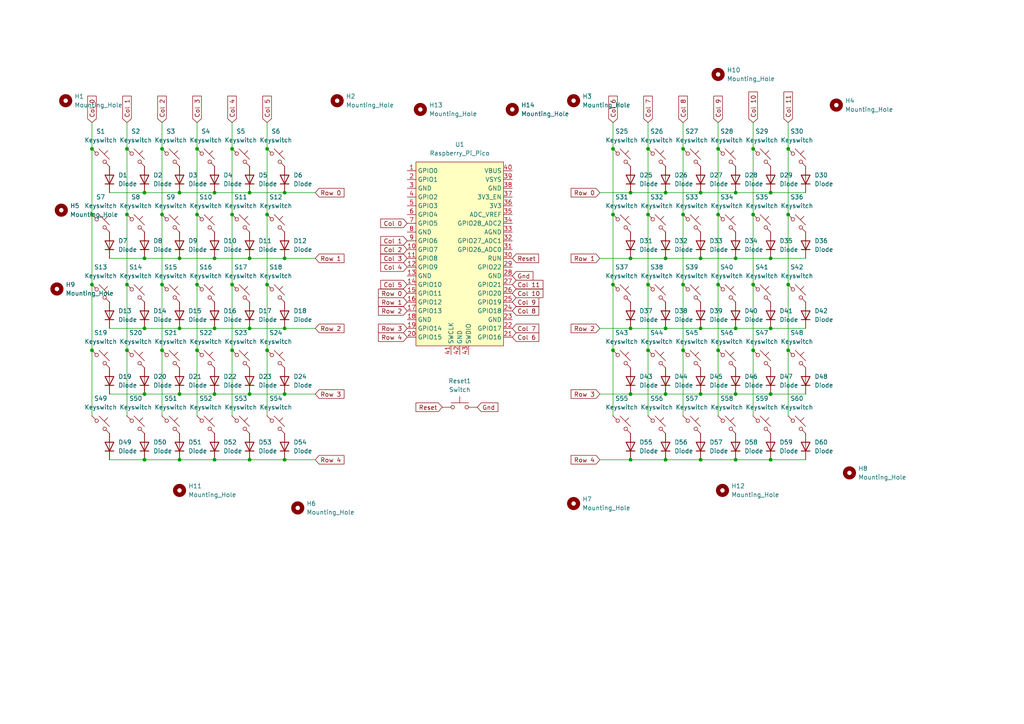
<source format=kicad_sch>
(kicad_sch (version 20250114) (generator "eeschema") (generator_version "9.0")
  (paper "A4")
  (junction (at 26.67 43.18))
  (junction (at 203.2 55.88))
  (junction (at 77.47 82.55))
  (junction (at 198.12 62.23))
  (junction (at 52.07 55.88))
  (junction (at 187.96 82.55))
  (junction (at 177.8 62.23))
  (junction (at 228.6 101.6))
  (junction (at 82.55 133.35))
  (junction (at 193.04 95.25))
  (junction (at 193.04 55.88))
  (junction (at 218.44 62.23))
  (junction (at 52.07 95.25))
  (junction (at 57.15 43.18))
  (junction (at 208.28 43.18))
  (junction (at 208.28 101.6))
  (junction (at 41.91 133.35))
  (junction (at 203.2 133.35))
  (junction (at 213.36 114.3))
  (junction (at 198.12 82.55))
  (junction (at 72.39 95.25))
  (junction (at 213.36 95.25))
  (junction (at 67.31 101.6))
  (junction (at 77.47 43.18))
  (junction (at 213.36 55.88))
  (junction (at 203.2 114.3))
  (junction (at 62.23 114.3))
  (junction (at 182.88 74.93))
  (junction (at 52.07 74.93))
  (junction (at 41.91 74.93))
  (junction (at 187.96 101.6))
  (junction (at 187.96 62.23))
  (junction (at 203.2 74.93))
  (junction (at 182.88 114.3))
  (junction (at 203.2 95.25))
  (junction (at 193.04 74.93))
  (junction (at 208.28 82.55))
  (junction (at 52.07 133.35))
  (junction (at 177.8 82.55))
  (junction (at 72.39 114.3))
  (junction (at 208.28 62.23))
  (junction (at 36.83 62.23))
  (junction (at 52.07 114.3))
  (junction (at 198.12 101.6))
  (junction (at 228.6 62.23))
  (junction (at 193.04 133.35))
  (junction (at 46.99 62.23))
  (junction (at 223.52 95.25))
  (junction (at 213.36 74.93))
  (junction (at 198.12 43.18))
  (junction (at 218.44 101.6))
  (junction (at 82.55 74.93))
  (junction (at 41.91 114.3))
  (junction (at 62.23 133.35))
  (junction (at 82.55 55.88))
  (junction (at 223.52 133.35))
  (junction (at 62.23 74.93))
  (junction (at 57.15 101.6))
  (junction (at 218.44 82.55))
  (junction (at 182.88 55.88))
  (junction (at 82.55 114.3))
  (junction (at 228.6 82.55))
  (junction (at 82.55 95.25))
  (junction (at 36.83 82.55))
  (junction (at 193.04 114.3))
  (junction (at 223.52 55.88))
  (junction (at 26.67 82.55))
  (junction (at 213.36 133.35))
  (junction (at 57.15 62.23))
  (junction (at 57.15 82.55))
  (junction (at 223.52 114.3))
  (junction (at 67.31 82.55))
  (junction (at 182.88 133.35))
  (junction (at 26.67 101.6))
  (junction (at 72.39 55.88))
  (junction (at 46.99 43.18))
  (junction (at 41.91 55.88))
  (junction (at 182.88 95.25))
  (junction (at 36.83 101.6))
  (junction (at 72.39 133.35))
  (junction (at 62.23 55.88))
  (junction (at 177.8 101.6))
  (junction (at 223.52 74.93))
  (junction (at 177.8 43.18))
  (junction (at 67.31 43.18))
  (junction (at 26.67 62.23))
  (junction (at 77.47 101.6))
  (junction (at 62.23 95.25))
  (junction (at 36.83 43.18))
  (junction (at 67.31 62.23))
  (junction (at 187.96 43.18))
  (junction (at 46.99 101.6))
  (junction (at 41.91 95.25))
  (junction (at 46.99 82.55))
  (junction (at 218.44 43.18))
  (junction (at 77.47 62.23))
  (junction (at 228.6 43.18))
  (junction (at 72.39 74.93))
  (wire (pts (xy 213.36 133.35) (xy 223.52 133.35)))
  (wire (pts (xy 228.6 43.18) (xy 228.6 62.23)))
  (wire (pts (xy 177.8 35.56) (xy 177.8 43.18)))
  (wire (pts (xy 26.67 62.23) (xy 26.67 82.55)))
  (wire (pts (xy 218.44 82.55) (xy 218.44 101.6)))
  (wire (pts (xy 77.47 43.18) (xy 77.47 62.23)))
  (wire (pts (xy 67.31 82.55) (xy 67.31 101.6)))
  (wire (pts (xy 46.99 35.56) (xy 46.99 43.18)))
  (wire (pts (xy 203.2 114.3) (xy 213.36 114.3)))
  (wire (pts (xy 36.83 62.23) (xy 36.83 82.55)))
  (wire (pts (xy 57.15 101.6) (xy 57.15 120.65)))
  (wire (pts (xy 72.39 114.3) (xy 82.55 114.3)))
  (wire (pts (xy 203.2 133.35) (xy 213.36 133.35)))
  (wire (pts (xy 41.91 133.35) (xy 52.07 133.35)))
  (wire (pts (xy 182.88 133.35) (xy 193.04 133.35)))
  (wire (pts (xy 223.52 133.35) (xy 233.68 133.35)))
  (wire (pts (xy 31.75 114.3) (xy 41.91 114.3)))
  (wire (pts (xy 173.99 95.25) (xy 182.88 95.25)))
  (wire (pts (xy 31.75 133.35) (xy 41.91 133.35)))
  (wire (pts (xy 91.44 55.88) (xy 82.55 55.88)))
  (wire (pts (xy 26.67 35.56) (xy 26.67 43.18)))
  (wire (pts (xy 177.8 43.18) (xy 177.8 62.23)))
  (wire (pts (xy 177.8 101.6) (xy 177.8 120.65)))
  (wire (pts (xy 182.88 95.25) (xy 193.04 95.25)))
  (wire (pts (xy 46.99 82.55) (xy 46.99 101.6)))
  (wire (pts (xy 57.15 43.18) (xy 57.15 62.23)))
  (wire (pts (xy 62.23 74.93) (xy 72.39 74.93)))
  (wire (pts (xy 46.99 62.23) (xy 46.99 82.55)))
  (wire (pts (xy 26.67 101.6) (xy 26.67 120.65)))
  (wire (pts (xy 36.83 101.6) (xy 36.83 120.65)))
  (wire (pts (xy 228.6 101.6) (xy 228.6 120.65)))
  (wire (pts (xy 52.07 74.93) (xy 62.23 74.93)))
  (wire (pts (xy 198.12 101.6) (xy 198.12 120.65)))
  (wire (pts (xy 228.6 62.23) (xy 228.6 82.55)))
  (wire (pts (xy 72.39 133.35) (xy 82.55 133.35)))
  (wire (pts (xy 208.28 43.18) (xy 208.28 62.23)))
  (wire (pts (xy 193.04 95.25) (xy 203.2 95.25)))
  (wire (pts (xy 62.23 133.35) (xy 72.39 133.35)))
  (wire (pts (xy 208.28 101.6) (xy 208.28 120.65)))
  (wire (pts (xy 187.96 82.55) (xy 187.96 101.6)))
  (wire (pts (xy 52.07 95.25) (xy 62.23 95.25)))
  (wire (pts (xy 177.8 82.55) (xy 177.8 101.6)))
  (wire (pts (xy 198.12 35.56) (xy 198.12 43.18)))
  (wire (pts (xy 77.47 62.23) (xy 77.47 82.55)))
  (wire (pts (xy 198.12 62.23) (xy 198.12 82.55)))
  (wire (pts (xy 62.23 114.3) (xy 72.39 114.3)))
  (wire (pts (xy 228.6 82.55) (xy 228.6 101.6)))
  (wire (pts (xy 62.23 95.25) (xy 72.39 95.25)))
  (wire (pts (xy 52.07 55.88) (xy 62.23 55.88)))
  (wire (pts (xy 213.36 114.3) (xy 223.52 114.3)))
  (wire (pts (xy 46.99 43.18) (xy 46.99 62.23)))
  (wire (pts (xy 177.8 62.23) (xy 177.8 82.55)))
  (wire (pts (xy 41.91 74.93) (xy 52.07 74.93)))
  (wire (pts (xy 208.28 35.56) (xy 208.28 43.18)))
  (wire (pts (xy 26.67 82.55) (xy 26.67 101.6)))
  (wire (pts (xy 198.12 82.55) (xy 198.12 101.6)))
  (wire (pts (xy 203.2 74.93) (xy 213.36 74.93)))
  (wire (pts (xy 52.07 133.35) (xy 62.23 133.35)))
  (wire (pts (xy 223.52 95.25) (xy 233.68 95.25)))
  (wire (pts (xy 187.96 62.23) (xy 187.96 82.55)))
  (wire (pts (xy 223.52 74.93) (xy 233.68 74.93)))
  (wire (pts (xy 218.44 43.18) (xy 218.44 62.23)))
  (wire (pts (xy 173.99 133.35) (xy 182.88 133.35)))
  (wire (pts (xy 193.04 74.93) (xy 203.2 74.93)))
  (wire (pts (xy 57.15 35.56) (xy 57.15 43.18)))
  (wire (pts (xy 41.91 95.25) (xy 52.07 95.25)))
  (wire (pts (xy 52.07 114.3) (xy 62.23 114.3)))
  (wire (pts (xy 203.2 95.25) (xy 213.36 95.25)))
  (wire (pts (xy 36.83 43.18) (xy 36.83 62.23)))
  (wire (pts (xy 91.44 114.3) (xy 82.55 114.3)))
  (wire (pts (xy 91.44 95.25) (xy 82.55 95.25)))
  (wire (pts (xy 77.47 82.55) (xy 77.47 101.6)))
  (wire (pts (xy 31.75 55.88) (xy 41.91 55.88)))
  (wire (pts (xy 182.88 55.88) (xy 193.04 55.88)))
  (wire (pts (xy 67.31 35.56) (xy 67.31 43.18)))
  (wire (pts (xy 67.31 43.18) (xy 67.31 62.23)))
  (wire (pts (xy 67.31 62.23) (xy 67.31 82.55)))
  (wire (pts (xy 46.99 101.6) (xy 46.99 120.65)))
  (wire (pts (xy 41.91 114.3) (xy 52.07 114.3)))
  (wire (pts (xy 26.67 43.18) (xy 26.67 62.23)))
  (wire (pts (xy 36.83 82.55) (xy 36.83 101.6)))
  (wire (pts (xy 31.75 74.93) (xy 41.91 74.93)))
  (wire (pts (xy 31.75 95.25) (xy 41.91 95.25)))
  (wire (pts (xy 213.36 55.88) (xy 223.52 55.88)))
  (wire (pts (xy 228.6 35.56) (xy 228.6 43.18)))
  (wire (pts (xy 62.23 55.88) (xy 72.39 55.88)))
  (wire (pts (xy 173.99 74.93) (xy 182.88 74.93)))
  (wire (pts (xy 173.99 114.3) (xy 182.88 114.3)))
  (wire (pts (xy 57.15 82.55) (xy 57.15 101.6)))
  (wire (pts (xy 72.39 55.88) (xy 82.55 55.88)))
  (wire (pts (xy 193.04 55.88) (xy 203.2 55.88)))
  (wire (pts (xy 82.55 74.93) (xy 91.44 74.93)))
  (wire (pts (xy 218.44 35.56) (xy 218.44 43.18)))
  (wire (pts (xy 182.88 114.3) (xy 193.04 114.3)))
  (wire (pts (xy 187.96 35.56) (xy 187.96 43.18)))
  (wire (pts (xy 72.39 95.25) (xy 82.55 95.25)))
  (wire (pts (xy 187.96 101.6) (xy 187.96 120.65)))
  (wire (pts (xy 77.47 35.56) (xy 77.47 43.18)))
  (wire (pts (xy 213.36 95.25) (xy 223.52 95.25)))
  (wire (pts (xy 198.12 43.18) (xy 198.12 62.23)))
  (wire (pts (xy 67.31 101.6) (xy 67.31 120.65)))
  (wire (pts (xy 91.44 133.35) (xy 82.55 133.35)))
  (wire (pts (xy 218.44 62.23) (xy 218.44 82.55)))
  (wire (pts (xy 208.28 62.23) (xy 208.28 82.55)))
  (wire (pts (xy 213.36 74.93) (xy 223.52 74.93)))
  (wire (pts (xy 203.2 55.88) (xy 213.36 55.88)))
  (wire (pts (xy 223.52 55.88) (xy 233.68 55.88)))
  (wire (pts (xy 223.52 114.3) (xy 233.68 114.3)))
  (wire (pts (xy 193.04 114.3) (xy 203.2 114.3)))
  (wire (pts (xy 57.15 62.23) (xy 57.15 82.55)))
  (wire (pts (xy 36.83 35.56) (xy 36.83 43.18)))
  (wire (pts (xy 72.39 74.93) (xy 82.55 74.93)))
  (wire (pts (xy 187.96 43.18) (xy 187.96 62.23)))
  (wire (pts (xy 218.44 101.6) (xy 218.44 120.65)))
  (wire (pts (xy 182.88 74.93) (xy 193.04 74.93)))
  (wire (pts (xy 173.99 55.88) (xy 182.88 55.88)))
  (wire (pts (xy 41.91 55.88) (xy 52.07 55.88)))
  (wire (pts (xy 208.28 82.55) (xy 208.28 101.6)))
  (wire (pts (xy 77.47 101.6) (xy 77.47 120.65)))
  (wire (pts (xy 193.04 133.35) (xy 203.2 133.35)))
  (global_label "Col 2" (shape input) (at 46.99 35.56 90) (property "Intersheetrefs" "${INTERSHEET_REFS}" (effects (hide yes))))
  (global_label "Row 1" (shape input) (at 91.44 74.93 0) (property "Intersheetrefs" "${INTERSHEET_REFS}" (effects (hide yes))))
  (global_label "Reset" (shape input) (at 128.27 118.11 180) (property "Intersheetrefs" "${INTERSHEET_REFS}" (effects (hide yes))))
  (global_label "Col 1" (shape input) (at 118.11 69.85 180) (property "Intersheetrefs" "${INTERSHEET_REFS}" (effects (hide yes))))
  (global_label "Col 4" (shape input) (at 118.11 77.47 180) (property "Intersheetrefs" "${INTERSHEET_REFS}" (effects (hide yes))))
  (global_label "Row 0" (shape input) (at 173.99 55.88 180) (property "Intersheetrefs" "${INTERSHEET_REFS}" (effects (hide yes))))
  (global_label "Row 1" (shape input) (at 173.99 74.93 180) (property "Intersheetrefs" "${INTERSHEET_REFS}" (effects (hide yes))))
  (global_label "Col 4" (shape input) (at 67.31 35.56 90) (property "Intersheetrefs" "${INTERSHEET_REFS}" (effects (hide yes))))
  (global_label "Col 6" (shape input) (at 148.59 97.79 0) (property "Intersheetrefs" "${INTERSHEET_REFS}" (effects (hide yes))))
  (global_label "Row 4" (shape input) (at 118.11 97.79 180) (property "Intersheetrefs" "${INTERSHEET_REFS}" (effects (hide yes))))
  (global_label "Col 1" (shape input) (at 36.83 35.56 90) (property "Intersheetrefs" "${INTERSHEET_REFS}" (effects (hide yes))))
  (global_label "Col 11" (shape input) (at 148.59 82.55 0) (property "Intersheetrefs" "${INTERSHEET_REFS}" (effects (hide yes))))
  (global_label "Col 8" (shape input) (at 148.59 90.17 0) (property "Intersheetrefs" "${INTERSHEET_REFS}" (effects (hide yes))))
  (global_label "Col 11" (shape input) (at 228.6 35.56 90) (property "Intersheetrefs" "${INTERSHEET_REFS}" (effects (hide yes))))
  (global_label "Row 3" (shape input) (at 118.11 95.25 180) (property "Intersheetrefs" "${INTERSHEET_REFS}" (effects (hide yes))))
  (global_label "Row 4" (shape input) (at 91.44 133.35 0) (property "Intersheetrefs" "${INTERSHEET_REFS}" (effects (hide yes))))
  (global_label "Gnd" (shape input) (at 138.43 118.11 0) (property "Intersheetrefs" "${INTERSHEET_REFS}" (effects (hide yes))))
  (global_label "Col 2" (shape input) (at 118.11 72.39 180) (property "Intersheetrefs" "${INTERSHEET_REFS}" (effects (hide yes))))
  (global_label "Row 0" (shape input) (at 91.44 55.88 0) (property "Intersheetrefs" "${INTERSHEET_REFS}" (effects (hide yes))))
  (global_label "Row 2" (shape input) (at 118.11 90.17 180) (property "Intersheetrefs" "${INTERSHEET_REFS}" (effects (hide yes))))
  (global_label "Col 10" (shape input) (at 218.44 35.56 90) (property "Intersheetrefs" "${INTERSHEET_REFS}" (effects (hide yes))))
  (global_label "Col 7" (shape input) (at 148.59 95.25 0) (property "Intersheetrefs" "${INTERSHEET_REFS}" (effects (hide yes))))
  (global_label "Col 5" (shape input) (at 77.47 35.56 90) (property "Intersheetrefs" "${INTERSHEET_REFS}" (effects (hide yes))))
  (global_label "Row 1" (shape input) (at 118.11 87.63 180) (property "Intersheetrefs" "${INTERSHEET_REFS}" (effects (hide yes))))
  (global_label "Col 7" (shape input) (at 187.96 35.56 90) (property "Intersheetrefs" "${INTERSHEET_REFS}" (effects (hide yes))))
  (global_label "Row 2" (shape input) (at 173.99 95.25 180) (property "Intersheetrefs" "${INTERSHEET_REFS}" (effects (hide yes))))
  (global_label "Reset" (shape input) (at 148.59 74.93 0) (property "Intersheetrefs" "${INTERSHEET_REFS}" (effects (hide yes))))
  (global_label "Gnd" (shape input) (at 148.59 80.01 0) (property "Intersheetrefs" "${INTERSHEET_REFS}" (effects (hide yes))))
  (global_label "Row 3" (shape input) (at 173.99 114.3 180) (property "Intersheetrefs" "${INTERSHEET_REFS}" (effects (hide yes))))
  (global_label "Col 8" (shape input) (at 198.12 35.56 90) (property "Intersheetrefs" "${INTERSHEET_REFS}" (effects (hide yes))))
  (global_label "Col 0" (shape input) (at 26.67 35.56 90) (property "Intersheetrefs" "${INTERSHEET_REFS}" (effects (hide yes))))
  (global_label "Row 3" (shape input) (at 91.44 114.3 0) (property "Intersheetrefs" "${INTERSHEET_REFS}" (effects (hide yes))))
  (global_label "Col 9" (shape input) (at 208.28 35.56 90) (property "Intersheetrefs" "${INTERSHEET_REFS}" (effects (hide yes))))
  (global_label "Col 10" (shape input) (at 148.59 85.09 0) (property "Intersheetrefs" "${INTERSHEET_REFS}" (effects (hide yes))))
  (global_label "Row 0" (shape input) (at 118.11 85.09 180) (property "Intersheetrefs" "${INTERSHEET_REFS}" (effects (hide yes))))
  (global_label "Col 6" (shape input) (at 177.8 35.56 90) (property "Intersheetrefs" "${INTERSHEET_REFS}" (effects (hide yes))))
  (global_label "Col 9" (shape input) (at 148.59 87.63 0) (property "Intersheetrefs" "${INTERSHEET_REFS}" (effects (hide yes))))
  (global_label "Col 5" (shape input) (at 118.11 82.55 180) (property "Intersheetrefs" "${INTERSHEET_REFS}" (effects (hide yes))))
  (global_label "Row 4" (shape input) (at 173.99 133.35 180) (property "Intersheetrefs" "${INTERSHEET_REFS}" (effects (hide yes))))
  (global_label "Col 3" (shape input) (at 57.15 35.56 90) (property "Intersheetrefs" "${INTERSHEET_REFS}" (effects (hide yes))))
  (global_label "Col 0" (shape input) (at 118.11 64.77 180) (property "Intersheetrefs" "${INTERSHEET_REFS}" (effects (hide yes))))
  (global_label "Row 2" (shape input) (at 91.44 95.25 0) (property "Intersheetrefs" "${INTERSHEET_REFS}" (effects (hide yes))))
  (global_label "Col 3" (shape input) (at 118.11 74.93 180) (property "Intersheetrefs" "${INTERSHEET_REFS}" (effects (hide yes))))
  (symbol (lib_id "ScottoKeebs:Placeholder_Diode") (at 233.68 71.12 90) (unit 1)
    (property "Reference" "D36" (at 236.22 69.8499 90) (effects (justify right)))
    (property "Value" "Diode" (at 236.22 72.3899 90) (effects (justify right)))
    (property "Footprint" "ScottoKeebs_Components:Diode_DO-35" (effects (hide yes)))
    (property "Description" "1N4148 (DO-35) or 1N4148W (SOD-123)" (effects (hide yes)))
    (property "Sim.Device" "D" (effects (hide yes)))
    (property "Sim.Pins" "1=K 2=A" (effects (hide yes)))
  )
  (symbol (lib_id "ScottoKeebs:Placeholder_Diode") (at 193.04 110.49 90) (unit 1)
    (property "Reference" "D44" (at 195.58 109.2199 90) (effects (justify right)))
    (property "Value" "Diode" (at 195.58 111.7599 90) (effects (justify right)))
    (property "Footprint" "ScottoKeebs_Components:Diode_DO-35" (effects (hide yes)))
    (property "Description" "1N4148 (DO-35) or 1N4148W (SOD-123)" (effects (hide yes)))
    (property "Sim.Device" "D" (effects (hide yes)))
    (property "Sim.Pins" "1=K 2=A" (effects (hide yes)))
  )
  (symbol (lib_id "ScottoKeebs:Placeholder_Diode") (at 62.23 129.54 90) (unit 1)
    (property "Reference" "D52" (at 64.77 128.2699 90) (effects (justify right)))
    (property "Value" "Diode" (at 64.77 130.8099 90) (effects (justify right)))
    (property "Footprint" "ScottoKeebs_Components:Diode_DO-35" (effects (hide yes)))
    (property "Description" "1N4148 (DO-35) or 1N4148W (SOD-123)" (effects (hide yes)))
    (property "Sim.Device" "D" (effects (hide yes)))
    (property "Sim.Pins" "1=K 2=A" (effects (hide yes)))
  )
  (symbol (lib_id "ScottoKeebs:Placeholder_Diode") (at 31.75 71.12 90) (unit 1)
    (property "Reference" "D7" (at 34.29 69.8499 90) (effects (justify right)))
    (property "Value" "Diode" (at 34.29 72.3899 90) (effects (justify right)))
    (property "Footprint" "ScottoKeebs_Components:Diode_DO-35" (effects (hide yes)))
    (property "Description" "1N4148 (DO-35) or 1N4148W (SOD-123)" (effects (hide yes)))
    (property "Sim.Device" "D" (effects (hide yes)))
    (property "Sim.Pins" "1=K 2=A" (effects (hide yes)))
  )
  (symbol (lib_id "ScottoKeebs:Placeholder_Keyswitch") (at 80.01 45.72 0) (unit 1)
    (property "Reference" "S6" (at 80.01 38.1 0))
    (property "Value" "Keyswitch" (at 80.01 40.64 0))
    (property "Footprint" "ScottoKeebs_Hotswap:Hotswap_Choc_V1V2_1.00u" (effects (hide yes)))
    (property "Description" "Push button switch, normally open, two pins, 45° tilted" (effects (hide yes)))
  )
  (symbol (lib_id "ScottoKeebs:Placeholder_Diode") (at 52.07 52.07 90) (unit 1)
    (property "Reference" "D3" (at 54.61 50.7999 90) (effects (justify right)))
    (property "Value" "Diode" (at 54.61 53.3399 90) (effects (justify right)))
    (property "Footprint" "ScottoKeebs_Components:Diode_DO-35" (effects (hide yes)))
    (property "Description" "1N4148 (DO-35) or 1N4148W (SOD-123)" (effects (hide yes)))
    (property "Sim.Device" "D" (effects (hide yes)))
    (property "Sim.Pins" "1=K 2=A" (effects (hide yes)))
  )
  (symbol (lib_id "ScottoKeebs:Placeholder_Keyswitch") (at 69.85 104.14 0) (unit 1)
    (property "Reference" "S23" (at 69.85 96.52 0))
    (property "Value" "Keyswitch" (at 69.85 99.06 0))
    (property "Footprint" "ScottoKeebs_Hotswap:Hotswap_Choc_V1V2_1.00u" (effects (hide yes)))
    (property "Description" "Push button switch, normally open, two pins, 45° tilted" (effects (hide yes)))
  )
  (symbol (lib_id "ScottoKeebs:Placeholder_Keyswitch") (at 39.37 85.09 0) (unit 1)
    (property "Reference" "S14" (at 39.37 77.47 0))
    (property "Value" "Keyswitch" (at 39.37 80.01 0))
    (property "Footprint" "ScottoKeebs_Hotswap:Hotswap_Choc_V1V2_1.00u" (effects (hide yes)))
    (property "Description" "Push button switch, normally open, two pins, 45° tilted" (effects (hide yes)))
  )
  (symbol (lib_id "ScottoKeebs:Placeholder_Diode") (at 203.2 91.44 90) (unit 1)
    (property "Reference" "D39" (at 205.74 90.1699 90) (effects (justify right)))
    (property "Value" "Diode" (at 205.74 92.7099 90) (effects (justify right)))
    (property "Footprint" "ScottoKeebs_Components:Diode_DO-35" (effects (hide yes)))
    (property "Description" "1N4148 (DO-35) or 1N4148W (SOD-123)" (effects (hide yes)))
    (property "Sim.Device" "D" (effects (hide yes)))
    (property "Sim.Pins" "1=K 2=A" (effects (hide yes)))
  )
  (symbol (lib_id "ScottoKeebs:Placeholder_Keyswitch") (at 80.01 123.19 0) (unit 1)
    (property "Reference" "S54" (at 80.01 115.57 0))
    (property "Value" "Keyswitch" (at 80.01 118.11 0))
    (property "Footprint" "ScottoKeebs_Hotswap:Hotswap_Choc_V1V2_1.00u" (effects (hide yes)))
    (property "Description" "Push button switch, normally open, two pins, 45° tilted" (effects (hide yes)))
  )
  (symbol (lib_id "ScottoKeebs:Placeholder_Keyswitch") (at 200.66 104.14 0) (unit 1)
    (property "Reference" "S45" (at 200.66 96.52 0))
    (property "Value" "Keyswitch" (at 200.66 99.06 0))
    (property "Footprint" "ScottoKeebs_Hotswap:Hotswap_Choc_V1V2_1.00u" (effects (hide yes)))
    (property "Description" "Push button switch, normally open, two pins, 45° tilted" (effects (hide yes)))
  )
  (symbol (lib_id "ScottoKeebs:Placeholder_Keyswitch") (at 200.66 64.77 0) (unit 1)
    (property "Reference" "S33" (at 200.66 57.15 0))
    (property "Value" "Keyswitch" (at 200.66 59.69 0))
    (property "Footprint" "ScottoKeebs_Hotswap:Hotswap_Choc_V1V2_1.00u" (effects (hide yes)))
    (property "Description" "Push button switch, normally open, two pins, 45° tilted" (effects (hide yes)))
  )
  (symbol (lib_id "ScottoKeebs:Placeholder_Diode") (at 31.75 52.07 90) (unit 1)
    (property "Reference" "D1" (at 34.29 50.7999 90) (effects (justify right)))
    (property "Value" "Diode" (at 34.29 53.3399 90) (effects (justify right)))
    (property "Footprint" "ScottoKeebs_Components:Diode_DO-35" (effects (hide yes)))
    (property "Description" "1N4148 (DO-35) or 1N4148W (SOD-123)" (effects (hide yes)))
    (property "Sim.Device" "D" (effects (hide yes)))
    (property "Sim.Pins" "1=K 2=A" (effects (hide yes)))
  )
  (symbol (lib_id "ScottoKeebs:Placeholder_Diode") (at 213.36 129.54 90) (unit 1)
    (property "Reference" "D58" (at 215.9 128.2699 90) (effects (justify right)))
    (property "Value" "Diode" (at 215.9 130.8099 90) (effects (justify right)))
    (property "Footprint" "ScottoKeebs_Components:Diode_DO-35" (effects (hide yes)))
    (property "Description" "1N4148 (DO-35) or 1N4148W (SOD-123)" (effects (hide yes)))
    (property "Sim.Device" "D" (effects (hide yes)))
    (property "Sim.Pins" "1=K 2=A" (effects (hide yes)))
  )
  (symbol (lib_id "ScottoKeebs:Placeholder_Mounting_Hole") (at 209.55 142.24 0) (unit 1)
    (property "Reference" "H12" (at 212.09 140.9699 0) (effects (justify left)))
    (property "Value" "Mounting_Hole" (at 212.09 143.5099 0) (effects (justify left)))
    (property "Footprint" "ScottoKeebs_Scotto:Standoff_M2x4mm" (effects (hide yes)))
    (property "Description" "Mounting Hole without connection" (effects (hide yes)))
  )
  (symbol (lib_id "ScottoKeebs:Placeholder_Keyswitch") (at 180.34 104.14 0) (unit 1)
    (property "Reference" "S43" (at 180.34 96.52 0))
    (property "Value" "Keyswitch" (at 180.34 99.06 0))
    (property "Footprint" "ScottoKeebs_Hotswap:Hotswap_Choc_V1V2_1.00u" (effects (hide yes)))
    (property "Description" "Push button switch, normally open, two pins, 45° tilted" (effects (hide yes)))
  )
  (symbol (lib_id "ScottoKeebs:Placeholder_Keyswitch") (at 200.66 123.19 0) (unit 1)
    (property "Reference" "S57" (at 200.66 115.57 0))
    (property "Value" "Keyswitch" (at 200.66 118.11 0))
    (property "Footprint" "ScottoKeebs_Hotswap:Hotswap_Choc_V1V2_1.00u" (effects (hide yes)))
    (property "Description" "Push button switch, normally open, two pins, 45° tilted" (effects (hide yes)))
  )
  (symbol (lib_id "ScottoKeebs:Placeholder_Keyswitch") (at 29.21 45.72 0) (unit 1)
    (property "Reference" "S1" (at 29.21 38.1 0))
    (property "Value" "Keyswitch" (at 29.21 40.64 0))
    (property "Footprint" "ScottoKeebs_Hotswap:Hotswap_Choc_V1V2_1.00u" (effects (hide yes)))
    (property "Description" "Push button switch, normally open, two pins, 45° tilted" (effects (hide yes)))
  )
  (symbol (lib_id "ScottoKeebs:Placeholder_Keyswitch") (at 69.85 45.72 0) (unit 1)
    (property "Reference" "S5" (at 69.85 38.1 0))
    (property "Value" "Keyswitch" (at 69.85 40.64 0))
    (property "Footprint" "ScottoKeebs_Hotswap:Hotswap_Choc_V1V2_1.00u" (effects (hide yes)))
    (property "Description" "Push button switch, normally open, two pins, 45° tilted" (effects (hide yes)))
  )
  (symbol (lib_id "ScottoKeebs:Placeholder_Diode") (at 72.39 129.54 90) (unit 1)
    (property "Reference" "D53" (at 74.93 128.2699 90) (effects (justify right)))
    (property "Value" "Diode" (at 74.93 130.8099 90) (effects (justify right)))
    (property "Footprint" "ScottoKeebs_Components:Diode_DO-35" (effects (hide yes)))
    (property "Description" "1N4148 (DO-35) or 1N4148W (SOD-123)" (effects (hide yes)))
    (property "Sim.Device" "D" (effects (hide yes)))
    (property "Sim.Pins" "1=K 2=A" (effects (hide yes)))
  )
  (symbol (lib_id "ScottoKeebs:Placeholder_Diode") (at 233.68 129.54 90) (unit 1)
    (property "Reference" "D60" (at 236.22 128.2699 90) (effects (justify right)))
    (property "Value" "Diode" (at 236.22 130.8099 90) (effects (justify right)))
    (property "Footprint" "ScottoKeebs_Components:Diode_DO-35" (effects (hide yes)))
    (property "Description" "1N4148 (DO-35) or 1N4148W (SOD-123)" (effects (hide yes)))
    (property "Sim.Device" "D" (effects (hide yes)))
    (property "Sim.Pins" "1=K 2=A" (effects (hide yes)))
  )
  (symbol (lib_id "ScottoKeebs:Placeholder_Diode") (at 52.07 71.12 90) (unit 1)
    (property "Reference" "D9" (at 54.61 69.8499 90) (effects (justify right)))
    (property "Value" "Diode" (at 54.61 72.3899 90) (effects (justify right)))
    (property "Footprint" "ScottoKeebs_Components:Diode_DO-35" (effects (hide yes)))
    (property "Description" "1N4148 (DO-35) or 1N4148W (SOD-123)" (effects (hide yes)))
    (property "Sim.Device" "D" (effects (hide yes)))
    (property "Sim.Pins" "1=K 2=A" (effects (hide yes)))
  )
  (symbol (lib_id "ScottoKeebs:Placeholder_Mounting_Hole") (at 166.37 146.05 0) (unit 1)
    (property "Reference" "H7" (at 168.91 144.7799 0) (effects (justify left)))
    (property "Value" "Mounting_Hole" (at 168.91 147.3199 0) (effects (justify left)))
    (property "Footprint" "ScottoKeebs_Scotto:Standoff_M2x4mm" (effects (hide yes)))
    (property "Description" "Mounting Hole without connection" (effects (hide yes)))
  )
  (symbol (lib_id "ScottoKeebs:Placeholder_Keyswitch") (at 220.98 104.14 0) (unit 1)
    (property "Reference" "S47" (at 220.98 96.52 0))
    (property "Value" "Keyswitch" (at 220.98 99.06 0))
    (property "Footprint" "ScottoKeebs_Hotswap:Hotswap_Choc_V1V2_1.00u" (effects (hide yes)))
    (property "Description" "Push button switch, normally open, two pins, 45° tilted" (effects (hide yes)))
  )
  (symbol (lib_id "ScottoKeebs:Placeholder_Mounting_Hole") (at 17.78 60.96 0) (unit 1)
    (property "Reference" "H5" (at 20.32 59.6899 0) (effects (justify left)))
    (property "Value" "Mounting_Hole" (at 20.32 62.2299 0) (effects (justify left)))
    (property "Footprint" "ScottoKeebs_Scotto:Standoff_M2x4mm" (effects (hide yes)))
    (property "Description" "Mounting Hole without connection" (effects (hide yes)))
  )
  (symbol (lib_id "ScottoKeebs:Placeholder_Diode") (at 52.07 129.54 90) (unit 1)
    (property "Reference" "D51" (at 54.61 128.2699 90) (effects (justify right)))
    (property "Value" "Diode" (at 54.61 130.8099 90) (effects (justify right)))
    (property "Footprint" "ScottoKeebs_Components:Diode_DO-35" (effects (hide yes)))
    (property "Description" "1N4148 (DO-35) or 1N4148W (SOD-123)" (effects (hide yes)))
    (property "Sim.Device" "D" (effects (hide yes)))
    (property "Sim.Pins" "1=K 2=A" (effects (hide yes)))
  )
  (symbol (lib_id "ScottoKeebs:Placeholder_Keyswitch") (at 231.14 123.19 0) (unit 1)
    (property "Reference" "S60" (at 231.14 115.57 0))
    (property "Value" "Keyswitch" (at 231.14 118.11 0))
    (property "Footprint" "ScottoKeebs_Hotswap:Hotswap_Choc_V1V2_1.00u" (effects (hide yes)))
    (property "Description" "Push button switch, normally open, two pins, 45° tilted" (effects (hide yes)))
  )
  (symbol (lib_id "ScottoKeebs:Placeholder_Keyswitch") (at 49.53 64.77 0) (unit 1)
    (property "Reference" "S9" (at 49.53 57.15 0))
    (property "Value" "Keyswitch" (at 49.53 59.69 0))
    (property "Footprint" "ScottoKeebs_Hotswap:Hotswap_Choc_V1V2_1.00u" (effects (hide yes)))
    (property "Description" "Push button switch, normally open, two pins, 45° tilted" (effects (hide yes)))
  )
  (symbol (lib_id "ScottoKeebs:Placeholder_Keyswitch") (at 80.01 64.77 0) (unit 1)
    (property "Reference" "S12" (at 80.01 57.15 0))
    (property "Value" "Keyswitch" (at 80.01 59.69 0))
    (property "Footprint" "ScottoKeebs_Hotswap:Hotswap_Choc_V1V2_1.00u" (effects (hide yes)))
    (property "Description" "Push button switch, normally open, two pins, 45° tilted" (effects (hide yes)))
  )
  (symbol (lib_id "ScottoKeebs:Placeholder_Keyswitch") (at 190.5 104.14 0) (unit 1)
    (property "Reference" "S44" (at 190.5 96.52 0))
    (property "Value" "Keyswitch" (at 190.5 99.06 0))
    (property "Footprint" "ScottoKeebs_Hotswap:Hotswap_Choc_V1V2_1.00u" (effects (hide yes)))
    (property "Description" "Push button switch, normally open, two pins, 45° tilted" (effects (hide yes)))
  )
  (symbol (lib_id "ScottoKeebs:Placeholder_Keyswitch") (at 49.53 104.14 0) (unit 1)
    (property "Reference" "S21" (at 49.53 96.52 0))
    (property "Value" "Keyswitch" (at 49.53 99.06 0))
    (property "Footprint" "ScottoKeebs_Hotswap:Hotswap_Choc_V1V2_1.00u" (effects (hide yes)))
    (property "Description" "Push button switch, normally open, two pins, 45° tilted" (effects (hide yes)))
  )
  (symbol (lib_id "ScottoKeebs:Placeholder_Diode") (at 203.2 129.54 90) (unit 1)
    (property "Reference" "D57" (at 205.74 128.2699 90) (effects (justify right)))
    (property "Value" "Diode" (at 205.74 130.8099 90) (effects (justify right)))
    (property "Footprint" "ScottoKeebs_Components:Diode_DO-35" (effects (hide yes)))
    (property "Description" "1N4148 (DO-35) or 1N4148W (SOD-123)" (effects (hide yes)))
    (property "Sim.Device" "D" (effects (hide yes)))
    (property "Sim.Pins" "1=K 2=A" (effects (hide yes)))
  )
  (symbol (lib_id "ScottoKeebs:Placeholder_Diode") (at 223.52 52.07 90) (unit 1)
    (property "Reference" "D29" (at 226.06 50.7999 90) (effects (justify right)))
    (property "Value" "Diode" (at 226.06 53.3399 90) (effects (justify right)))
    (property "Footprint" "ScottoKeebs_Components:Diode_DO-35" (effects (hide yes)))
    (property "Description" "1N4148 (DO-35) or 1N4148W (SOD-123)" (effects (hide yes)))
    (property "Sim.Device" "D" (effects (hide yes)))
    (property "Sim.Pins" "1=K 2=A" (effects (hide yes)))
  )
  (symbol (lib_id "ScottoKeebs:Placeholder_Diode") (at 82.55 52.07 90) (unit 1)
    (property "Reference" "D6" (at 85.09 50.7999 90) (effects (justify right)))
    (property "Value" "Diode" (at 85.09 53.3399 90) (effects (justify right)))
    (property "Footprint" "ScottoKeebs_Components:Diode_DO-35" (effects (hide yes)))
    (property "Description" "1N4148 (DO-35) or 1N4148W (SOD-123)" (effects (hide yes)))
    (property "Sim.Device" "D" (effects (hide yes)))
    (property "Sim.Pins" "1=K 2=A" (effects (hide yes)))
  )
  (symbol (lib_id "ScottoKeebs:Placeholder_Diode") (at 41.91 129.54 90) (unit 1)
    (property "Reference" "D50" (at 44.45 128.2699 90) (effects (justify right)))
    (property "Value" "Diode" (at 44.45 130.8099 90) (effects (justify right)))
    (property "Footprint" "ScottoKeebs_Components:Diode_DO-35" (effects (hide yes)))
    (property "Description" "1N4148 (DO-35) or 1N4148W (SOD-123)" (effects (hide yes)))
    (property "Sim.Device" "D" (effects (hide yes)))
    (property "Sim.Pins" "1=K 2=A" (effects (hide yes)))
  )
  (symbol (lib_id "ScottoKeebs:Placeholder_Keyswitch") (at 49.53 85.09 0) (unit 1)
    (property "Reference" "S15" (at 49.53 77.47 0))
    (property "Value" "Keyswitch" (at 49.53 80.01 0))
    (property "Footprint" "ScottoKeebs_Hotswap:Hotswap_Choc_V1V2_1.00u" (effects (hide yes)))
    (property "Description" "Push button switch, normally open, two pins, 45° tilted" (effects (hide yes)))
  )
  (symbol (lib_id "ScottoKeebs:Placeholder_Diode") (at 82.55 91.44 90) (unit 1)
    (property "Reference" "D18" (at 85.09 90.1699 90) (effects (justify right)))
    (property "Value" "Diode" (at 85.09 92.7099 90) (effects (justify right)))
    (property "Footprint" "ScottoKeebs_Components:Diode_DO-35" (effects (hide yes)))
    (property "Description" "1N4148 (DO-35) or 1N4148W (SOD-123)" (effects (hide yes)))
    (property "Sim.Device" "D" (effects (hide yes)))
    (property "Sim.Pins" "1=K 2=A" (effects (hide yes)))
  )
  (symbol (lib_id "ScottoKeebs:Placeholder_Keyswitch") (at 69.85 123.19 0) (unit 1)
    (property "Reference" "S53" (at 69.85 115.57 0))
    (property "Value" "Keyswitch" (at 69.85 118.11 0))
    (property "Footprint" "ScottoKeebs_Hotswap:Hotswap_Choc_V1V2_1.00u" (effects (hide yes)))
    (property "Description" "Push button switch, normally open, two pins, 45° tilted" (effects (hide yes)))
  )
  (symbol (lib_id "ScottoKeebs:Placeholder_Keyswitch") (at 231.14 85.09 0) (unit 1)
    (property "Reference" "S42" (at 231.14 77.47 0))
    (property "Value" "Keyswitch" (at 231.14 80.01 0))
    (property "Footprint" "ScottoKeebs_Hotswap:Hotswap_Choc_V1V2_1.00u" (effects (hide yes)))
    (property "Description" "Push button switch, normally open, two pins, 45° tilted" (effects (hide yes)))
  )
  (symbol (lib_id "ScottoKeebs:Placeholder_Keyswitch") (at 49.53 45.72 0) (unit 1)
    (property "Reference" "S3" (at 49.53 38.1 0))
    (property "Value" "Keyswitch" (at 49.53 40.64 0))
    (property "Footprint" "ScottoKeebs_Hotswap:Hotswap_Choc_V1V2_1.00u" (effects (hide yes)))
    (property "Description" "Push button switch, normally open, two pins, 45° tilted" (effects (hide yes)))
  )
  (symbol (lib_id "ScottoKeebs:Placeholder_Diode") (at 72.39 110.49 90) (unit 1)
    (property "Reference" "D23" (at 74.93 109.2199 90) (effects (justify right)))
    (property "Value" "Diode" (at 74.93 111.7599 90) (effects (justify right)))
    (property "Footprint" "ScottoKeebs_Components:Diode_DO-35" (effects (hide yes)))
    (property "Description" "1N4148 (DO-35) or 1N4148W (SOD-123)" (effects (hide yes)))
    (property "Sim.Device" "D" (effects (hide yes)))
    (property "Sim.Pins" "1=K 2=A" (effects (hide yes)))
  )
  (symbol (lib_id "ScottoKeebs:Placeholder_Mounting_Hole") (at 242.57 30.48 0) (unit 1)
    (property "Reference" "H4" (at 245.11 29.2099 0) (effects (justify left)))
    (property "Value" "Mounting_Hole" (at 245.11 31.7499 0) (effects (justify left)))
    (property "Footprint" "ScottoKeebs_Scotto:Standoff_M2x4mm" (effects (hide yes)))
    (property "Description" "Mounting Hole without connection" (effects (hide yes)))
  )
  (symbol (lib_id "ScottoKeebs:Placeholder_Diode") (at 72.39 71.12 90) (unit 1)
    (property "Reference" "D11" (at 74.93 69.8499 90) (effects (justify right)))
    (property "Value" "Diode" (at 74.93 72.3899 90) (effects (justify right)))
    (property "Footprint" "ScottoKeebs_Components:Diode_DO-35" (effects (hide yes)))
    (property "Description" "1N4148 (DO-35) or 1N4148W (SOD-123)" (effects (hide yes)))
    (property "Sim.Device" "D" (effects (hide yes)))
    (property "Sim.Pins" "1=K 2=A" (effects (hide yes)))
  )
  (symbol (lib_id "ScottoKeebs:Placeholder_Keyswitch") (at 80.01 85.09 0) (unit 1)
    (property "Reference" "S18" (at 80.01 77.47 0))
    (property "Value" "Keyswitch" (at 80.01 80.01 0))
    (property "Footprint" "ScottoKeebs_Hotswap:Hotswap_Choc_V1V2_1.00u" (effects (hide yes)))
    (property "Description" "Push button switch, normally open, two pins, 45° tilted" (effects (hide yes)))
  )
  (symbol (lib_id "ScottoKeebs:Placeholder_Keyswitch") (at 69.85 64.77 0) (unit 1)
    (property "Reference" "S11" (at 69.85 57.15 0))
    (property "Value" "Keyswitch" (at 69.85 59.69 0))
    (property "Footprint" "ScottoKeebs_Hotswap:Hotswap_Choc_V1V2_1.00u" (effects (hide yes)))
    (property "Description" "Push button switch, normally open, two pins, 45° tilted" (effects (hide yes)))
  )
  (symbol (lib_id "ScottoKeebs:Placeholder_Diode") (at 223.52 129.54 90) (unit 1)
    (property "Reference" "D59" (at 226.06 128.2699 90) (effects (justify right)))
    (property "Value" "Diode" (at 226.06 130.8099 90) (effects (justify right)))
    (property "Footprint" "ScottoKeebs_Components:Diode_DO-35" (effects (hide yes)))
    (property "Description" "1N4148 (DO-35) or 1N4148W (SOD-123)" (effects (hide yes)))
    (property "Sim.Device" "D" (effects (hide yes)))
    (property "Sim.Pins" "1=K 2=A" (effects (hide yes)))
  )
  (symbol (lib_id "ScottoKeebs:Placeholder_Keyswitch") (at 29.21 85.09 0) (unit 1)
    (property "Reference" "S13" (at 29.21 77.47 0))
    (property "Value" "Keyswitch" (at 29.21 80.01 0))
    (property "Footprint" "ScottoKeebs_Hotswap:Hotswap_Choc_V1V2_1.00u" (effects (hide yes)))
    (property "Description" "Push button switch, normally open, two pins, 45° tilted" (effects (hide yes)))
  )
  (symbol (lib_id "ScottoKeebs:Placeholder_Diode") (at 182.88 129.54 90) (unit 1)
    (property "Reference" "D55" (at 185.42 128.2699 90) (effects (justify right)))
    (property "Value" "Diode" (at 185.42 130.8099 90) (effects (justify right)))
    (property "Footprint" "ScottoKeebs_Components:Diode_DO-35" (effects (hide yes)))
    (property "Description" "1N4148 (DO-35) or 1N4148W (SOD-123)" (effects (hide yes)))
    (property "Sim.Device" "D" (effects (hide yes)))
    (property "Sim.Pins" "1=K 2=A" (effects (hide yes)))
  )
  (symbol (lib_id "ScottoKeebs:Placeholder_Diode") (at 31.75 129.54 90) (unit 1)
    (property "Reference" "D49" (at 34.29 128.2699 90) (effects (justify right)))
    (property "Value" "Diode" (at 34.29 130.8099 90) (effects (justify right)))
    (property "Footprint" "ScottoKeebs_Components:Diode_DO-35" (effects (hide yes)))
    (property "Description" "1N4148 (DO-35) or 1N4148W (SOD-123)" (effects (hide yes)))
    (property "Sim.Device" "D" (effects (hide yes)))
    (property "Sim.Pins" "1=K 2=A" (effects (hide yes)))
  )
  (symbol (lib_id "ScottoKeebs:Placeholder_Keyswitch") (at 39.37 104.14 0) (unit 1)
    (property "Reference" "S20" (at 39.37 96.52 0))
    (property "Value" "Keyswitch" (at 39.37 99.06 0))
    (property "Footprint" "ScottoKeebs_Hotswap:Hotswap_Choc_V1V2_1.00u" (effects (hide yes)))
    (property "Description" "Push button switch, normally open, two pins, 45° tilted" (effects (hide yes)))
  )
  (symbol (lib_id "ScottoKeebs:Placeholder_Keyswitch") (at 29.21 64.77 0) (unit 1)
    (property "Reference" "S7" (at 29.21 57.15 0))
    (property "Value" "Keyswitch" (at 29.21 59.69 0))
    (property "Footprint" "ScottoKeebs_Hotswap:Hotswap_Choc_V1V2_1.00u" (effects (hide yes)))
    (property "Description" "Push button switch, normally open, two pins, 45° tilted" (effects (hide yes)))
  )
  (symbol (lib_id "ScottoKeebs:Placeholder_Diode") (at 182.88 110.49 90) (unit 1)
    (property "Reference" "D43" (at 185.42 109.2199 90) (effects (justify right)))
    (property "Value" "Diode" (at 185.42 111.7599 90) (effects (justify right)))
    (property "Footprint" "ScottoKeebs_Components:Diode_DO-35" (effects (hide yes)))
    (property "Description" "1N4148 (DO-35) or 1N4148W (SOD-123)" (effects (hide yes)))
    (property "Sim.Device" "D" (effects (hide yes)))
    (property "Sim.Pins" "1=K 2=A" (effects (hide yes)))
  )
  (symbol (lib_id "ScottoKeebs:Placeholder_Diode") (at 213.36 71.12 90) (unit 1)
    (property "Reference" "D34" (at 215.9 69.8499 90) (effects (justify right)))
    (property "Value" "Diode" (at 215.9 72.3899 90) (effects (justify right)))
    (property "Footprint" "ScottoKeebs_Components:Diode_DO-35" (effects (hide yes)))
    (property "Description" "1N4148 (DO-35) or 1N4148W (SOD-123)" (effects (hide yes)))
    (property "Sim.Device" "D" (effects (hide yes)))
    (property "Sim.Pins" "1=K 2=A" (effects (hide yes)))
  )
  (symbol (lib_id "ScottoKeebs:Placeholder_Keyswitch") (at 190.5 64.77 0) (unit 1)
    (property "Reference" "S32" (at 190.5 57.15 0))
    (property "Value" "Keyswitch" (at 190.5 59.69 0))
    (property "Footprint" "ScottoKeebs_Hotswap:Hotswap_Choc_V1V2_1.00u" (effects (hide yes)))
    (property "Description" "Push button switch, normally open, two pins, 45° tilted" (effects (hide yes)))
  )
  (symbol (lib_id "ScottoKeebs:Placeholder_Diode") (at 193.04 52.07 90) (unit 1)
    (property "Reference" "D26" (at 195.58 50.7999 90) (effects (justify right)))
    (property "Value" "Diode" (at 195.58 53.3399 90) (effects (justify right)))
    (property "Footprint" "ScottoKeebs_Components:Diode_DO-35" (effects (hide yes)))
    (property "Description" "1N4148 (DO-35) or 1N4148W (SOD-123)" (effects (hide yes)))
    (property "Sim.Device" "D" (effects (hide yes)))
    (property "Sim.Pins" "1=K 2=A" (effects (hide yes)))
  )
  (symbol (lib_id "ScottoKeebs:Placeholder_Diode") (at 82.55 71.12 90) (unit 1)
    (property "Reference" "D12" (at 85.09 69.8499 90) (effects (justify right)))
    (property "Value" "Diode" (at 85.09 72.3899 90) (effects (justify right)))
    (property "Footprint" "ScottoKeebs_Components:Diode_DO-35" (effects (hide yes)))
    (property "Description" "1N4148 (DO-35) or 1N4148W (SOD-123)" (effects (hide yes)))
    (property "Sim.Device" "D" (effects (hide yes)))
    (property "Sim.Pins" "1=K 2=A" (effects (hide yes)))
  )
  (symbol (lib_id "ScottoKeebs:Placeholder_Keyswitch") (at 180.34 123.19 0) (unit 1)
    (property "Reference" "S55" (at 180.34 115.57 0))
    (property "Value" "Keyswitch" (at 180.34 118.11 0))
    (property "Footprint" "ScottoKeebs_Hotswap:Hotswap_Choc_V1V2_1.00u" (effects (hide yes)))
    (property "Description" "Push button switch, normally open, two pins, 45° tilted" (effects (hide yes)))
  )
  (symbol (lib_id "ScottoKeebs:Placeholder_Diode") (at 41.91 91.44 90) (unit 1)
    (property "Reference" "D14" (at 44.45 90.1699 90) (effects (justify right)))
    (property "Value" "Diode" (at 44.45 92.7099 90) (effects (justify right)))
    (property "Footprint" "ScottoKeebs_Components:Diode_DO-35" (effects (hide yes)))
    (property "Description" "1N4148 (DO-35) or 1N4148W (SOD-123)" (effects (hide yes)))
    (property "Sim.Device" "D" (effects (hide yes)))
    (property "Sim.Pins" "1=K 2=A" (effects (hide yes)))
  )
  (symbol (lib_id "ScottoKeebs:Placeholder_Diode") (at 62.23 91.44 90) (unit 1)
    (property "Reference" "D16" (at 64.77 90.1699 90) (effects (justify right)))
    (property "Value" "Diode" (at 64.77 92.7099 90) (effects (justify right)))
    (property "Footprint" "ScottoKeebs_Components:Diode_DO-35" (effects (hide yes)))
    (property "Description" "1N4148 (DO-35) or 1N4148W (SOD-123)" (effects (hide yes)))
    (property "Sim.Device" "D" (effects (hide yes)))
    (property "Sim.Pins" "1=K 2=A" (effects (hide yes)))
  )
  (symbol (lib_id "ScottoKeebs:Placeholder_Diode") (at 233.68 91.44 90) (unit 1)
    (property "Reference" "D42" (at 236.22 90.1699 90) (effects (justify right)))
    (property "Value" "Diode" (at 236.22 92.7099 90) (effects (justify right)))
    (property "Footprint" "ScottoKeebs_Components:Diode_DO-35" (effects (hide yes)))
    (property "Description" "1N4148 (DO-35) or 1N4148W (SOD-123)" (effects (hide yes)))
    (property "Sim.Device" "D" (effects (hide yes)))
    (property "Sim.Pins" "1=K 2=A" (effects (hide yes)))
  )
  (symbol (lib_id "ScottoKeebs:Placeholder_Keyswitch") (at 220.98 85.09 0) (unit 1)
    (property "Reference" "S41" (at 220.98 77.47 0))
    (property "Value" "Keyswitch" (at 220.98 80.01 0))
    (property "Footprint" "ScottoKeebs_Hotswap:Hotswap_Choc_V1V2_1.00u" (effects (hide yes)))
    (property "Description" "Push button switch, normally open, two pins, 45° tilted" (effects (hide yes)))
  )
  (symbol (lib_id "ScottoKeebs:Placeholder_Diode") (at 31.75 110.49 90) (unit 1)
    (property "Reference" "D19" (at 34.29 109.2199 90) (effects (justify right)))
    (property "Value" "Diode" (at 34.29 111.7599 90) (effects (justify right)))
    (property "Footprint" "ScottoKeebs_Components:Diode_DO-35" (effects (hide yes)))
    (property "Description" "1N4148 (DO-35) or 1N4148W (SOD-123)" (effects (hide yes)))
    (property "Sim.Device" "D" (effects (hide yes)))
    (property "Sim.Pins" "1=K 2=A" (effects (hide yes)))
  )
  (symbol (lib_id "ScottoKeebs:Placeholder_Diode") (at 82.55 129.54 90) (unit 1)
    (property "Reference" "D54" (at 85.09 128.2699 90) (effects (justify right)))
    (property "Value" "Diode" (at 85.09 130.8099 90) (effects (justify right)))
    (property "Footprint" "ScottoKeebs_Components:Diode_DO-35" (effects (hide yes)))
    (property "Description" "1N4148 (DO-35) or 1N4148W (SOD-123)" (effects (hide yes)))
    (property "Sim.Device" "D" (effects (hide yes)))
    (property "Sim.Pins" "1=K 2=A" (effects (hide yes)))
  )
  (symbol (lib_id "ScottoKeebs:Placeholder_Keyswitch") (at 210.82 64.77 0) (unit 1)
    (property "Reference" "S34" (at 210.82 57.15 0))
    (property "Value" "Keyswitch" (at 210.82 59.69 0))
    (property "Footprint" "ScottoKeebs_Hotswap:Hotswap_Choc_V1V2_1.00u" (effects (hide yes)))
    (property "Description" "Push button switch, normally open, two pins, 45° tilted" (effects (hide yes)))
  )
  (symbol (lib_id "ScottoKeebs:Placeholder_Diode") (at 213.36 91.44 90) (unit 1)
    (property "Reference" "D40" (at 215.9 90.1699 90) (effects (justify right)))
    (property "Value" "Diode" (at 215.9 92.7099 90) (effects (justify right)))
    (property "Footprint" "ScottoKeebs_Components:Diode_DO-35" (effects (hide yes)))
    (property "Description" "1N4148 (DO-35) or 1N4148W (SOD-123)" (effects (hide yes)))
    (property "Sim.Device" "D" (effects (hide yes)))
    (property "Sim.Pins" "1=K 2=A" (effects (hide yes)))
  )
  (symbol (lib_id "ScottoKeebs:Placeholder_Keyswitch") (at 220.98 64.77 0) (unit 1)
    (property "Reference" "S35" (at 220.98 57.15 0))
    (property "Value" "Keyswitch" (at 220.98 59.69 0))
    (property "Footprint" "ScottoKeebs_Hotswap:Hotswap_Choc_V1V2_1.00u" (effects (hide yes)))
    (property "Description" "Push button switch, normally open, two pins, 45° tilted" (effects (hide yes)))
  )
  (symbol (lib_id "ScottoKeebs:Placeholder_Keyswitch") (at 59.69 104.14 0) (unit 1)
    (property "Reference" "S22" (at 59.69 96.52 0))
    (property "Value" "Keyswitch" (at 59.69 99.06 0))
    (property "Footprint" "ScottoKeebs_Hotswap:Hotswap_Choc_V1V2_1.00u" (effects (hide yes)))
    (property "Description" "Push button switch, normally open, two pins, 45° tilted" (effects (hide yes)))
  )
  (symbol (lib_id "ScottoKeebs:Placeholder_Keyswitch") (at 39.37 64.77 0) (unit 1)
    (property "Reference" "S8" (at 39.37 57.15 0))
    (property "Value" "Keyswitch" (at 39.37 59.69 0))
    (property "Footprint" "ScottoKeebs_Hotswap:Hotswap_Choc_V1V2_1.00u" (effects (hide yes)))
    (property "Description" "Push button switch, normally open, two pins, 45° tilted" (effects (hide yes)))
  )
  (symbol (lib_id "ScottoKeebs:Placeholder_Diode") (at 203.2 71.12 90) (unit 1)
    (property "Reference" "D33" (at 205.74 69.8499 90) (effects (justify right)))
    (property "Value" "Diode" (at 205.74 72.3899 90) (effects (justify right)))
    (property "Footprint" "ScottoKeebs_Components:Diode_DO-35" (effects (hide yes)))
    (property "Description" "1N4148 (DO-35) or 1N4148W (SOD-123)" (effects (hide yes)))
    (property "Sim.Device" "D" (effects (hide yes)))
    (property "Sim.Pins" "1=K 2=A" (effects (hide yes)))
  )
  (symbol (lib_id "ScottoKeebs:Placeholder_Keyswitch") (at 59.69 64.77 0) (unit 1)
    (property "Reference" "S10" (at 59.69 57.15 0))
    (property "Value" "Keyswitch" (at 59.69 59.69 0))
    (property "Footprint" "ScottoKeebs_Hotswap:Hotswap_Choc_V1V2_1.00u" (effects (hide yes)))
    (property "Description" "Push button switch, normally open, two pins, 45° tilted" (effects (hide yes)))
  )
  (symbol (lib_id "ScottoKeebs:Placeholder_Diode") (at 223.52 110.49 90) (unit 1)
    (property "Reference" "D47" (at 226.06 109.2199 90) (effects (justify right)))
    (property "Value" "Diode" (at 226.06 111.7599 90) (effects (justify right)))
    (property "Footprint" "ScottoKeebs_Components:Diode_DO-35" (effects (hide yes)))
    (property "Description" "1N4148 (DO-35) or 1N4148W (SOD-123)" (effects (hide yes)))
    (property "Sim.Device" "D" (effects (hide yes)))
    (property "Sim.Pins" "1=K 2=A" (effects (hide yes)))
  )
  (symbol (lib_id "ScottoKeebs:Placeholder_Keyswitch") (at 231.14 45.72 0) (unit 1)
    (property "Reference" "S30" (at 231.14 38.1 0))
    (property "Value" "Keyswitch" (at 231.14 40.64 0))
    (property "Footprint" "ScottoKeebs_Hotswap:Hotswap_Choc_V1V2_1.00u" (effects (hide yes)))
    (property "Description" "Push button switch, normally open, two pins, 45° tilted" (effects (hide yes)))
  )
  (symbol (lib_id "ScottoKeebs:Placeholder_Diode") (at 182.88 91.44 90) (unit 1)
    (property "Reference" "D37" (at 185.42 90.1699 90) (effects (justify right)))
    (property "Value" "Diode" (at 185.42 92.7099 90) (effects (justify right)))
    (property "Footprint" "ScottoKeebs_Components:Diode_DO-35" (effects (hide yes)))
    (property "Description" "1N4148 (DO-35) or 1N4148W (SOD-123)" (effects (hide yes)))
    (property "Sim.Device" "D" (effects (hide yes)))
    (property "Sim.Pins" "1=K 2=A" (effects (hide yes)))
  )
  (symbol (lib_id "ScottoKeebs:Placeholder_Mounting_Hole") (at 121.92 31.75 0) (unit 1)
    (property "Reference" "H13" (at 124.46 30.4799 0) (effects (justify left)))
    (property "Value" "Mounting_Hole" (at 124.46 33.0199 0) (effects (justify left)))
    (property "Footprint" "ScottoKeebs_Scotto:Standoff_M2x4mm" (effects (hide yes)))
    (property "Description" "Mounting Hole without connection" (effects (hide yes)))
  )
  (symbol (lib_id "ScottoKeebs:Placeholder_Keyswitch") (at 200.66 85.09 0) (unit 1)
    (property "Reference" "S39" (at 200.66 77.47 0))
    (property "Value" "Keyswitch" (at 200.66 80.01 0))
    (property "Footprint" "ScottoKeebs_Hotswap:Hotswap_Choc_V1V2_1.00u" (effects (hide yes)))
    (property "Description" "Push button switch, normally open, two pins, 45° tilted" (effects (hide yes)))
  )
  (symbol (lib_id "ScottoKeebs:Placeholder_Keyswitch") (at 59.69 85.09 0) (unit 1)
    (property "Reference" "S16" (at 59.69 77.47 0))
    (property "Value" "Keyswitch" (at 59.69 80.01 0))
    (property "Footprint" "ScottoKeebs_Hotswap:Hotswap_Choc_V1V2_1.00u" (effects (hide yes)))
    (property "Description" "Push button switch, normally open, two pins, 45° tilted" (effects (hide yes)))
  )
  (symbol (lib_id "ScottoKeebs:Placeholder_Keyswitch") (at 190.5 85.09 0) (unit 1)
    (property "Reference" "S38" (at 190.5 77.47 0))
    (property "Value" "Keyswitch" (at 190.5 80.01 0))
    (property "Footprint" "ScottoKeebs_Hotswap:Hotswap_Choc_V1V2_1.00u" (effects (hide yes)))
    (property "Description" "Push button switch, normally open, two pins, 45° tilted" (effects (hide yes)))
  )
  (symbol (lib_id "ScottoKeebs:Placeholder_Mounting_Hole") (at 97.79 29.21 0) (unit 1)
    (property "Reference" "H2" (at 100.33 27.9399 0) (effects (justify left)))
    (property "Value" "Mounting_Hole" (at 100.33 30.4799 0) (effects (justify left)))
    (property "Footprint" "ScottoKeebs_Scotto:Standoff_M2x4mm" (effects (hide yes)))
    (property "Description" "Mounting Hole without connection" (effects (hide yes)))
  )
  (symbol (lib_id "ScottoKeebs:Placeholder_Mounting_Hole") (at 86.36 147.32 0) (unit 1)
    (property "Reference" "H6" (at 88.9 146.0499 0) (effects (justify left)))
    (property "Value" "Mounting_Hole" (at 88.9 148.5899 0) (effects (justify left)))
    (property "Footprint" "ScottoKeebs_Scotto:Standoff_M2x4mm" (effects (hide yes)))
    (property "Description" "Mounting Hole without connection" (effects (hide yes)))
  )
  (symbol (lib_id "ScottoKeebs:Placeholder_Keyswitch") (at 180.34 45.72 0) (unit 1)
    (property "Reference" "S25" (at 180.34 38.1 0))
    (property "Value" "Keyswitch" (at 180.34 40.64 0))
    (property "Footprint" "ScottoKeebs_Hotswap:Hotswap_Choc_V1V2_1.00u" (effects (hide yes)))
    (property "Description" "Push button switch, normally open, two pins, 45° tilted" (effects (hide yes)))
  )
  (symbol (lib_id "ScottoKeebs:Placeholder_Diode") (at 52.07 110.49 90) (unit 1)
    (property "Reference" "D21" (at 54.61 109.2199 90) (effects (justify right)))
    (property "Value" "Diode" (at 54.61 111.7599 90) (effects (justify right)))
    (property "Footprint" "ScottoKeebs_Components:Diode_DO-35" (effects (hide yes)))
    (property "Description" "1N4148 (DO-35) or 1N4148W (SOD-123)" (effects (hide yes)))
    (property "Sim.Device" "D" (effects (hide yes)))
    (property "Sim.Pins" "1=K 2=A" (effects (hide yes)))
  )
  (symbol (lib_id "ScottoKeebs:Placeholder_Diode") (at 233.68 110.49 90) (unit 1)
    (property "Reference" "D48" (at 236.22 109.2199 90) (effects (justify right)))
    (property "Value" "Diode" (at 236.22 111.7599 90) (effects (justify right)))
    (property "Footprint" "ScottoKeebs_Components:Diode_DO-35" (effects (hide yes)))
    (property "Description" "1N4148 (DO-35) or 1N4148W (SOD-123)" (effects (hide yes)))
    (property "Sim.Device" "D" (effects (hide yes)))
    (property "Sim.Pins" "1=K 2=A" (effects (hide yes)))
  )
  (symbol (lib_id "ScottoKeebs:Placeholder_Diode") (at 31.75 91.44 90) (unit 1)
    (property "Reference" "D13" (at 34.29 90.1699 90) (effects (justify right)))
    (property "Value" "Diode" (at 34.29 92.7099 90) (effects (justify right)))
    (property "Footprint" "ScottoKeebs_Components:Diode_DO-35" (effects (hide yes)))
    (property "Description" "1N4148 (DO-35) or 1N4148W (SOD-123)" (effects (hide yes)))
    (property "Sim.Device" "D" (effects (hide yes)))
    (property "Sim.Pins" "1=K 2=A" (effects (hide yes)))
  )
  (symbol (lib_id "ScottoKeebs:Placeholder_Diode") (at 193.04 71.12 90) (unit 1)
    (property "Reference" "D32" (at 195.58 69.8499 90) (effects (justify right)))
    (property "Value" "Diode" (at 195.58 72.3899 90) (effects (justify right)))
    (property "Footprint" "ScottoKeebs_Components:Diode_DO-35" (effects (hide yes)))
    (property "Description" "1N4148 (DO-35) or 1N4148W (SOD-123)" (effects (hide yes)))
    (property "Sim.Device" "D" (effects (hide yes)))
    (property "Sim.Pins" "1=K 2=A" (effects (hide yes)))
  )
  (symbol (lib_id "ScottoKeebs:Placeholder_Diode") (at 72.39 91.44 90) (unit 1)
    (property "Reference" "D17" (at 74.93 90.1699 90) (effects (justify right)))
    (property "Value" "Diode" (at 74.93 92.7099 90) (effects (justify right)))
    (property "Footprint" "ScottoKeebs_Components:Diode_DO-35" (effects (hide yes)))
    (property "Description" "1N4148 (DO-35) or 1N4148W (SOD-123)" (effects (hide yes)))
    (property "Sim.Device" "D" (effects (hide yes)))
    (property "Sim.Pins" "1=K 2=A" (effects (hide yes)))
  )
  (symbol (lib_id "ScottoKeebs:Placeholder_Diode") (at 62.23 71.12 90) (unit 1)
    (property "Reference" "D10" (at 64.77 69.8499 90) (effects (justify right)))
    (property "Value" "Diode" (at 64.77 72.3899 90) (effects (justify right)))
    (property "Footprint" "ScottoKeebs_Components:Diode_DO-35" (effects (hide yes)))
    (property "Description" "1N4148 (DO-35) or 1N4148W (SOD-123)" (effects (hide yes)))
    (property "Sim.Device" "D" (effects (hide yes)))
    (property "Sim.Pins" "1=K 2=A" (effects (hide yes)))
  )
  (symbol (lib_id "ScottoKeebs:Placeholder_Keyswitch") (at 39.37 45.72 0) (unit 1)
    (property "Reference" "S2" (at 39.37 38.1 0))
    (property "Value" "Keyswitch" (at 39.37 40.64 0))
    (property "Footprint" "ScottoKeebs_Hotswap:Hotswap_Choc_V1V2_1.00u" (effects (hide yes)))
    (property "Description" "Push button switch, normally open, two pins, 45° tilted" (effects (hide yes)))
  )
  (symbol (lib_id "ScottoKeebs:Placeholder_Keyswitch") (at 80.01 104.14 0) (unit 1)
    (property "Reference" "S24" (at 80.01 96.52 0))
    (property "Value" "Keyswitch" (at 80.01 99.06 0))
    (property "Footprint" "ScottoKeebs_Hotswap:Hotswap_Choc_V1V2_1.00u" (effects (hide yes)))
    (property "Description" "Push button switch, normally open, two pins, 45° tilted" (effects (hide yes)))
  )
  (symbol (lib_id "ScottoKeebs:Placeholder_Keyswitch") (at 180.34 64.77 0) (unit 1)
    (property "Reference" "S31" (at 180.34 57.15 0))
    (property "Value" "Keyswitch" (at 180.34 59.69 0))
    (property "Footprint" "ScottoKeebs_Hotswap:Hotswap_Choc_V1V2_1.00u" (effects (hide yes)))
    (property "Description" "Push button switch, normally open, two pins, 45° tilted" (effects (hide yes)))
  )
  (symbol (lib_id "ScottoKeebs:Placeholder_Keyswitch") (at 190.5 123.19 0) (unit 1)
    (property "Reference" "S56" (at 190.5 115.57 0))
    (property "Value" "Keyswitch" (at 190.5 118.11 0))
    (property "Footprint" "ScottoKeebs_Hotswap:Hotswap_Choc_V1V2_1.00u" (effects (hide yes)))
    (property "Description" "Push button switch, normally open, two pins, 45° tilted" (effects (hide yes)))
  )
  (symbol (lib_id "ScottoKeebs:Placeholder_Keyswitch") (at 231.14 104.14 0) (unit 1)
    (property "Reference" "S48" (at 231.14 96.52 0))
    (property "Value" "Keyswitch" (at 231.14 99.06 0))
    (property "Footprint" "ScottoKeebs_Hotswap:Hotswap_Choc_V1V2_1.00u" (effects (hide yes)))
    (property "Description" "Push button switch, normally open, two pins, 45° tilted" (effects (hide yes)))
  )
  (symbol (lib_id "ScottoKeebs:Placeholder_Diode") (at 182.88 52.07 90) (unit 1)
    (property "Reference" "D25" (at 185.42 50.7999 90) (effects (justify right)))
    (property "Value" "Diode" (at 185.42 53.3399 90) (effects (justify right)))
    (property "Footprint" "ScottoKeebs_Components:Diode_DO-35" (effects (hide yes)))
    (property "Description" "1N4148 (DO-35) or 1N4148W (SOD-123)" (effects (hide yes)))
    (property "Sim.Device" "D" (effects (hide yes)))
    (property "Sim.Pins" "1=K 2=A" (effects (hide yes)))
  )
  (symbol (lib_id "ScottoKeebs:Placeholder_Keyswitch") (at 49.53 123.19 0) (unit 1)
    (property "Reference" "S51" (at 49.53 115.57 0))
    (property "Value" "Keyswitch" (at 49.53 118.11 0))
    (property "Footprint" "ScottoKeebs_Hotswap:Hotswap_Choc_V1V2_1.00u" (effects (hide yes)))
    (property "Description" "Push button switch, normally open, two pins, 45° tilted" (effects (hide yes)))
  )
  (symbol (lib_id "ScottoKeebs:Placeholder_Keyswitch") (at 59.69 45.72 0) (unit 1)
    (property "Reference" "S4" (at 59.69 38.1 0))
    (property "Value" "Keyswitch" (at 59.69 40.64 0))
    (property "Footprint" "ScottoKeebs_Hotswap:Hotswap_Choc_V1V2_1.00u" (effects (hide yes)))
    (property "Description" "Push button switch, normally open, two pins, 45° tilted" (effects (hide yes)))
  )
  (symbol (lib_id "ScottoKeebs:Placeholder_Keyswitch") (at 220.98 123.19 0) (unit 1)
    (property "Reference" "S59" (at 220.98 115.57 0))
    (property "Value" "Keyswitch" (at 220.98 118.11 0))
    (property "Footprint" "ScottoKeebs_Hotswap:Hotswap_Choc_V1V2_1.00u" (effects (hide yes)))
    (property "Description" "Push button switch, normally open, two pins, 45° tilted" (effects (hide yes)))
  )
  (symbol (lib_id "ScottoKeebs:Placeholder_Diode") (at 72.39 52.07 90) (unit 1)
    (property "Reference" "D5" (at 74.93 50.7999 90) (effects (justify right)))
    (property "Value" "Diode" (at 74.93 53.3399 90) (effects (justify right)))
    (property "Footprint" "ScottoKeebs_Components:Diode_DO-35" (effects (hide yes)))
    (property "Description" "1N4148 (DO-35) or 1N4148W (SOD-123)" (effects (hide yes)))
    (property "Sim.Device" "D" (effects (hide yes)))
    (property "Sim.Pins" "1=K 2=A" (effects (hide yes)))
  )
  (symbol (lib_id "ScottoKeebs:Placeholder_Keyswitch") (at 39.37 123.19 0) (unit 1)
    (property "Reference" "S50" (at 39.37 115.57 0))
    (property "Value" "Keyswitch" (at 39.37 118.11 0))
    (property "Footprint" "ScottoKeebs_Hotswap:Hotswap_Choc_V1V2_1.00u" (effects (hide yes)))
    (property "Description" "Push button switch, normally open, two pins, 45° tilted" (effects (hide yes)))
  )
  (symbol (lib_id "ScottoKeebs:Placeholder_Keyswitch") (at 231.14 64.77 0) (unit 1)
    (property "Reference" "S36" (at 231.14 57.15 0))
    (property "Value" "Keyswitch" (at 231.14 59.69 0))
    (property "Footprint" "ScottoKeebs_Hotswap:Hotswap_Choc_V1V2_1.00u" (effects (hide yes)))
    (property "Description" "Push button switch, normally open, two pins, 45° tilted" (effects (hide yes)))
  )
  (symbol (lib_id "ScottoKeebs:Placeholder_Keyswitch") (at 200.66 45.72 0) (unit 1)
    (property "Reference" "S27" (at 200.66 38.1 0))
    (property "Value" "Keyswitch" (at 200.66 40.64 0))
    (property "Footprint" "ScottoKeebs_Hotswap:Hotswap_Choc_V1V2_1.00u" (effects (hide yes)))
    (property "Description" "Push button switch, normally open, two pins, 45° tilted" (effects (hide yes)))
  )
  (symbol (lib_id "ScottoKeebs:Placeholder_Keyswitch") (at 29.21 123.19 0) (unit 1)
    (property "Reference" "S49" (at 29.21 115.57 0))
    (property "Value" "Keyswitch" (at 29.21 118.11 0))
    (property "Footprint" "ScottoKeebs_Hotswap:Hotswap_Choc_V1V2_1.00u" (effects (hide yes)))
    (property "Description" "Push button switch, normally open, two pins, 45° tilted" (effects (hide yes)))
  )
  (symbol (lib_id "ScottoKeebs:Placeholder_Diode") (at 41.91 71.12 90) (unit 1)
    (property "Reference" "D8" (at 44.45 69.8499 90) (effects (justify right)))
    (property "Value" "Diode" (at 44.45 72.3899 90) (effects (justify right)))
    (property "Footprint" "ScottoKeebs_Components:Diode_DO-35" (effects (hide yes)))
    (property "Description" "1N4148 (DO-35) or 1N4148W (SOD-123)" (effects (hide yes)))
    (property "Sim.Device" "D" (effects (hide yes)))
    (property "Sim.Pins" "1=K 2=A" (effects (hide yes)))
  )
  (symbol (lib_id "ScottoKeebs:Placeholder_Keyswitch") (at 180.34 85.09 0) (unit 1)
    (property "Reference" "S37" (at 180.34 77.47 0))
    (property "Value" "Keyswitch" (at 180.34 80.01 0))
    (property "Footprint" "ScottoKeebs_Hotswap:Hotswap_Choc_V1V2_1.00u" (effects (hide yes)))
    (property "Description" "Push button switch, normally open, two pins, 45° tilted" (effects (hide yes)))
  )
  (symbol (lib_id "ScottoKeebs:Placeholder_Diode") (at 213.36 110.49 90) (unit 1)
    (property "Reference" "D46" (at 215.9 109.2199 90) (effects (justify right)))
    (property "Value" "Diode" (at 215.9 111.7599 90) (effects (justify right)))
    (property "Footprint" "ScottoKeebs_Components:Diode_DO-35" (effects (hide yes)))
    (property "Description" "1N4148 (DO-35) or 1N4148W (SOD-123)" (effects (hide yes)))
    (property "Sim.Device" "D" (effects (hide yes)))
    (property "Sim.Pins" "1=K 2=A" (effects (hide yes)))
  )
  (symbol (lib_id "ScottoKeebs:Placeholder_Mounting_Hole") (at 208.28 21.59 0) (unit 1)
    (property "Reference" "H10" (at 210.82 20.3199 0) (effects (justify left)))
    (property "Value" "Mounting_Hole" (at 210.82 22.8599 0) (effects (justify left)))
    (property "Footprint" "ScottoKeebs_Scotto:Standoff_M2x4mm" (effects (hide yes)))
    (property "Description" "Mounting Hole without connection" (effects (hide yes)))
  )
  (symbol (lib_id "ScottoKeebs:Placeholder_Diode") (at 213.36 52.07 90) (unit 1)
    (property "Reference" "D28" (at 215.9 50.7999 90) (effects (justify right)))
    (property "Value" "Diode" (at 215.9 53.3399 90) (effects (justify right)))
    (property "Footprint" "ScottoKeebs_Components:Diode_DO-35" (effects (hide yes)))
    (property "Description" "1N4148 (DO-35) or 1N4148W (SOD-123)" (effects (hide yes)))
    (property "Sim.Device" "D" (effects (hide yes)))
    (property "Sim.Pins" "1=K 2=A" (effects (hide yes)))
  )
  (symbol (lib_id "ScottoKeebs:Placeholder_Diode") (at 41.91 110.49 90) (unit 1)
    (property "Reference" "D20" (at 44.45 109.2199 90) (effects (justify right)))
    (property "Value" "Diode" (at 44.45 111.7599 90) (effects (justify right)))
    (property "Footprint" "ScottoKeebs_Components:Diode_DO-35" (effects (hide yes)))
    (property "Description" "1N4148 (DO-35) or 1N4148W (SOD-123)" (effects (hide yes)))
    (property "Sim.Device" "D" (effects (hide yes)))
    (property "Sim.Pins" "1=K 2=A" (effects (hide yes)))
  )
  (symbol (lib_id "ScottoKeebs:Placeholder_Diode") (at 41.91 52.07 90) (unit 1)
    (property "Reference" "D2" (at 44.45 50.7999 90) (effects (justify right)))
    (property "Value" "Diode" (at 44.45 53.3399 90) (effects (justify right)))
    (property "Footprint" "ScottoKeebs_Components:Diode_DO-35" (effects (hide yes)))
    (property "Description" "1N4148 (DO-35) or 1N4148W (SOD-123)" (effects (hide yes)))
    (property "Sim.Device" "D" (effects (hide yes)))
    (property "Sim.Pins" "1=K 2=A" (effects (hide yes)))
  )
  (symbol (lib_id "ScottoKeebs:Placeholder_Keyswitch") (at 210.82 123.19 0) (unit 1)
    (property "Reference" "S58" (at 210.82 115.57 0))
    (property "Value" "Keyswitch" (at 210.82 118.11 0))
    (property "Footprint" "ScottoKeebs_Hotswap:Hotswap_Choc_V1V2_1.00u" (effects (hide yes)))
    (property "Description" "Push button switch, normally open, two pins, 45° tilted" (effects (hide yes)))
  )
  (symbol (lib_id "ScottoKeebs:Placeholder_Keyswitch") (at 210.82 45.72 0) (unit 1)
    (property "Reference" "S28" (at 210.82 38.1 0))
    (property "Value" "Keyswitch" (at 210.82 40.64 0))
    (property "Footprint" "ScottoKeebs_Hotswap:Hotswap_Choc_V1V2_1.00u" (effects (hide yes)))
    (property "Description" "Push button switch, normally open, two pins, 45° tilted" (effects (hide yes)))
  )
  (symbol (lib_id "ScottoKeebs:Placeholder_Mounting_Hole") (at 19.05 29.21 0) (unit 1)
    (property "Reference" "H1" (at 21.59 27.9399 0) (effects (justify left)))
    (property "Value" "Mounting_Hole" (at 21.59 30.4799 0) (effects (justify left)))
    (property "Footprint" "ScottoKeebs_Scotto:Standoff_M2x4mm" (effects (hide yes)))
    (property "Description" "Mounting Hole without connection" (effects (hide yes)))
  )
  (symbol (lib_id "ScottoKeebs:Placeholder_Keyswitch") (at 220.98 45.72 0) (unit 1)
    (property "Reference" "S29" (at 220.98 38.1 0))
    (property "Value" "Keyswitch" (at 220.98 40.64 0))
    (property "Footprint" "ScottoKeebs_Hotswap:Hotswap_Choc_V1V2_1.00u" (effects (hide yes)))
    (property "Description" "Push button switch, normally open, two pins, 45° tilted" (effects (hide yes)))
  )
  (symbol (lib_id "ScottoKeebs:Placeholder_Diode") (at 182.88 71.12 90) (unit 1)
    (property "Reference" "D31" (at 185.42 69.8499 90) (effects (justify right)))
    (property "Value" "Diode" (at 185.42 72.3899 90) (effects (justify right)))
    (property "Footprint" "ScottoKeebs_Components:Diode_DO-35" (effects (hide yes)))
    (property "Description" "1N4148 (DO-35) or 1N4148W (SOD-123)" (effects (hide yes)))
    (property "Sim.Device" "D" (effects (hide yes)))
    (property "Sim.Pins" "1=K 2=A" (effects (hide yes)))
  )
  (symbol (lib_id "ScottoKeebs:Placeholder_Diode") (at 52.07 91.44 90) (unit 1)
    (property "Reference" "D15" (at 54.61 90.1699 90) (effects (justify right)))
    (property "Value" "Diode" (at 54.61 92.7099 90) (effects (justify right)))
    (property "Footprint" "ScottoKeebs_Components:Diode_DO-35" (effects (hide yes)))
    (property "Description" "1N4148 (DO-35) or 1N4148W (SOD-123)" (effects (hide yes)))
    (property "Sim.Device" "D" (effects (hide yes)))
    (property "Sim.Pins" "1=K 2=A" (effects (hide yes)))
  )
  (symbol (lib_id "ScottoKeebs:Placeholder_Diode") (at 62.23 110.49 90) (unit 1)
    (property "Reference" "D22" (at 64.77 109.2199 90) (effects (justify right)))
    (property "Value" "Diode" (at 64.77 111.7599 90) (effects (justify right)))
    (property "Footprint" "ScottoKeebs_Components:Diode_DO-35" (effects (hide yes)))
    (property "Description" "1N4148 (DO-35) or 1N4148W (SOD-123)" (effects (hide yes)))
    (property "Sim.Device" "D" (effects (hide yes)))
    (property "Sim.Pins" "1=K 2=A" (effects (hide yes)))
  )
  (symbol (lib_id "ScottoKeebs:Placeholder_Keyswitch") (at 210.82 85.09 0) (unit 1)
    (property "Reference" "S40" (at 210.82 77.47 0))
    (property "Value" "Keyswitch" (at 210.82 80.01 0))
    (property "Footprint" "ScottoKeebs_Hotswap:Hotswap_Choc_V1V2_1.00u" (effects (hide yes)))
    (property "Description" "Push button switch, normally open, two pins, 45° tilted" (effects (hide yes)))
  )
  (symbol (lib_id "ScottoKeebs:Placeholder_Mounting_Hole") (at 166.37 29.21 0) (unit 1)
    (property "Reference" "H3" (at 168.91 27.9399 0) (effects (justify left)))
    (property "Value" "Mounting_Hole" (at 168.91 30.4799 0) (effects (justify left)))
    (property "Footprint" "ScottoKeebs_Scotto:Standoff_M2x4mm" (effects (hide yes)))
    (property "Description" "Mounting Hole without connection" (effects (hide yes)))
  )
  (symbol (lib_id "ScottoKeebs:MCU_Raspberry_Pi_Pico") (at 133.35 73.66 0) (unit 1)
    (property "Reference" "U1" (at 133.35 41.91 0))
    (property "Value" "Raspberry_Pi_Pico" (at 133.35 44.45 0))
    (property "Footprint" "ScottoKeebs_MCU:Raspberry_Pi_Pico" (effects (hide yes)))
  )
  (symbol (lib_id "ScottoKeebs:Placeholder_Keyswitch") (at 210.82 104.14 0) (unit 1)
    (property "Reference" "S46" (at 210.82 96.52 0))
    (property "Value" "Keyswitch" (at 210.82 99.06 0))
    (property "Footprint" "ScottoKeebs_Hotswap:Hotswap_Choc_V1V2_1.00u" (effects (hide yes)))
    (property "Description" "Push button switch, normally open, two pins, 45° tilted" (effects (hide yes)))
  )
  (symbol (lib_id "ScottoKeebs:Placeholder_Mounting_Hole") (at 148.59 31.75 0) (unit 1)
    (property "Reference" "H14" (at 151.13 30.4799 0) (effects (justify left)))
    (property "Value" "Mounting_Hole" (at 151.13 33.0199 0) (effects (justify left)))
    (property "Footprint" "ScottoKeebs_Scotto:Standoff_M2x4mm" (effects (hide yes)))
    (property "Description" "Mounting Hole without connection" (effects (hide yes)))
  )
  (symbol (lib_id "ScottoKeebs:Placeholder_Diode") (at 223.52 71.12 90) (unit 1)
    (property "Reference" "D35" (at 226.06 69.8499 90) (effects (justify right)))
    (property "Value" "Diode" (at 226.06 72.3899 90) (effects (justify right)))
    (property "Footprint" "ScottoKeebs_Components:Diode_DO-35" (effects (hide yes)))
    (property "Description" "1N4148 (DO-35) or 1N4148W (SOD-123)" (effects (hide yes)))
    (property "Sim.Device" "D" (effects (hide yes)))
    (property "Sim.Pins" "1=K 2=A" (effects (hide yes)))
  )
  (symbol (lib_id "ScottoKeebs:Placeholder_Switch") (at 133.35 118.11 0) (unit 1)
    (property "Reference" "Reset1" (at 133.35 110.49 0))
    (property "Value" "Switch" (at 133.35 113.03 0))
    (property "Footprint" "ScottoKeebs_Components:Button_MJTP1243" (effects (hide yes)))
    (property "Description" "Push button switch, generic, two pins" (effects (hide yes)))
  )
  (symbol (lib_id "ScottoKeebs:Placeholder_Diode") (at 203.2 52.07 90) (unit 1)
    (property "Reference" "D27" (at 205.74 50.7999 90) (effects (justify right)))
    (property "Value" "Diode" (at 205.74 53.3399 90) (effects (justify right)))
    (property "Footprint" "ScottoKeebs_Components:Diode_DO-35" (effects (hide yes)))
    (property "Description" "1N4148 (DO-35) or 1N4148W (SOD-123)" (effects (hide yes)))
    (property "Sim.Device" "D" (effects (hide yes)))
    (property "Sim.Pins" "1=K 2=A" (effects (hide yes)))
  )
  (symbol (lib_id "ScottoKeebs:Placeholder_Diode") (at 62.23 52.07 90) (unit 1)
    (property "Reference" "D4" (at 64.77 50.7999 90) (effects (justify right)))
    (property "Value" "Diode" (at 64.77 53.3399 90) (effects (justify right)))
    (property "Footprint" "ScottoKeebs_Components:Diode_DO-35" (effects (hide yes)))
    (property "Description" "1N4148 (DO-35) or 1N4148W (SOD-123)" (effects (hide yes)))
    (property "Sim.Device" "D" (effects (hide yes)))
    (property "Sim.Pins" "1=K 2=A" (effects (hide yes)))
  )
  (symbol (lib_id "ScottoKeebs:Placeholder_Diode") (at 203.2 110.49 90) (unit 1)
    (property "Reference" "D45" (at 205.74 109.2199 90) (effects (justify right)))
    (property "Value" "Diode" (at 205.74 111.7599 90) (effects (justify right)))
    (property "Footprint" "ScottoKeebs_Components:Diode_DO-35" (effects (hide yes)))
    (property "Description" "1N4148 (DO-35) or 1N4148W (SOD-123)" (effects (hide yes)))
    (property "Sim.Device" "D" (effects (hide yes)))
    (property "Sim.Pins" "1=K 2=A" (effects (hide yes)))
  )
  (symbol (lib_id "ScottoKeebs:Placeholder_Mounting_Hole") (at 52.07 142.24 0) (unit 1)
    (property "Reference" "H11" (at 54.61 140.9699 0) (effects (justify left)))
    (property "Value" "Mounting_Hole" (at 54.61 143.5099 0) (effects (justify left)))
    (property "Footprint" "ScottoKeebs_Scotto:Standoff_M2x4mm" (effects (hide yes)))
    (property "Description" "Mounting Hole without connection" (effects (hide yes)))
  )
  (symbol (lib_id "ScottoKeebs:Placeholder_Diode") (at 223.52 91.44 90) (unit 1)
    (property "Reference" "D41" (at 226.06 90.1699 90) (effects (justify right)))
    (property "Value" "Diode" (at 226.06 92.7099 90) (effects (justify right)))
    (property "Footprint" "ScottoKeebs_Components:Diode_DO-35" (effects (hide yes)))
    (property "Description" "1N4148 (DO-35) or 1N4148W (SOD-123)" (effects (hide yes)))
    (property "Sim.Device" "D" (effects (hide yes)))
    (property "Sim.Pins" "1=K 2=A" (effects (hide yes)))
  )
  (symbol (lib_id "ScottoKeebs:Placeholder_Diode") (at 233.68 52.07 90) (unit 1)
    (property "Reference" "D30" (at 236.22 50.7999 90) (effects (justify right)))
    (property "Value" "Diode" (at 236.22 53.3399 90) (effects (justify right)))
    (property "Footprint" "ScottoKeebs_Components:Diode_DO-35" (effects (hide yes)))
    (property "Description" "1N4148 (DO-35) or 1N4148W (SOD-123)" (effects (hide yes)))
    (property "Sim.Device" "D" (effects (hide yes)))
    (property "Sim.Pins" "1=K 2=A" (effects (hide yes)))
  )
  (symbol (lib_id "ScottoKeebs:Placeholder_Mounting_Hole") (at 16.51 83.82 0) (unit 1)
    (property "Reference" "H9" (at 19.05 82.5499 0) (effects (justify left)))
    (property "Value" "Mounting_Hole" (at 19.05 85.0899 0) (effects (justify left)))
    (property "Footprint" "ScottoKeebs_Scotto:Standoff_M2x4mm" (effects (hide yes)))
    (property "Description" "Mounting Hole without connection" (effects (hide yes)))
  )
  (symbol (lib_id "ScottoKeebs:Placeholder_Mounting_Hole") (at 246.38 137.16 0) (unit 1)
    (property "Reference" "H8" (at 248.92 135.8899 0) (effects (justify left)))
    (property "Value" "Mounting_Hole" (at 248.92 138.4299 0) (effects (justify left)))
    (property "Footprint" "ScottoKeebs_Scotto:Standoff_M2x4mm" (effects (hide yes)))
    (property "Description" "Mounting Hole without connection" (effects (hide yes)))
  )
  (symbol (lib_id "ScottoKeebs:Placeholder_Keyswitch") (at 69.85 85.09 0) (unit 1)
    (property "Reference" "S17" (at 69.85 77.47 0))
    (property "Value" "Keyswitch" (at 69.85 80.01 0))
    (property "Footprint" "ScottoKeebs_Hotswap:Hotswap_Choc_V1V2_1.00u" (effects (hide yes)))
    (property "Description" "Push button switch, normally open, two pins, 45° tilted" (effects (hide yes)))
  )
  (symbol (lib_id "ScottoKeebs:Placeholder_Diode") (at 193.04 129.54 90) (unit 1)
    (property "Reference" "D56" (at 195.58 128.2699 90) (effects (justify right)))
    (property "Value" "Diode" (at 195.58 130.8099 90) (effects (justify right)))
    (property "Footprint" "ScottoKeebs_Components:Diode_DO-35" (effects (hide yes)))
    (property "Description" "1N4148 (DO-35) or 1N4148W (SOD-123)" (effects (hide yes)))
    (property "Sim.Device" "D" (effects (hide yes)))
    (property "Sim.Pins" "1=K 2=A" (effects (hide yes)))
  )
  (symbol (lib_id "ScottoKeebs:Placeholder_Keyswitch") (at 190.5 45.72 0) (unit 1)
    (property "Reference" "S26" (at 190.5 38.1 0))
    (property "Value" "Keyswitch" (at 190.5 40.64 0))
    (property "Footprint" "ScottoKeebs_Hotswap:Hotswap_Choc_V1V2_1.00u" (effects (hide yes)))
    (property "Description" "Push button switch, normally open, two pins, 45° tilted" (effects (hide yes)))
  )
  (symbol (lib_id "ScottoKeebs:Placeholder_Keyswitch") (at 29.21 104.14 0) (unit 1)
    (property "Reference" "S19" (at 29.21 96.52 0))
    (property "Value" "Keyswitch" (at 29.21 99.06 0))
    (property "Footprint" "ScottoKeebs_Hotswap:Hotswap_Choc_V1V2_1.00u" (effects (hide yes)))
    (property "Description" "Push button switch, normally open, two pins, 45° tilted" (effects (hide yes)))
  )
  (symbol (lib_id "ScottoKeebs:Placeholder_Keyswitch") (at 59.69 123.19 0) (unit 1)
    (property "Reference" "S52" (at 59.69 115.57 0))
    (property "Value" "Keyswitch" (at 59.69 118.11 0))
    (property "Footprint" "ScottoKeebs_Hotswap:Hotswap_Choc_V1V2_1.00u" (effects (hide yes)))
    (property "Description" "Push button switch, normally open, two pins, 45° tilted" (effects (hide yes)))
  )
  (symbol (lib_id "ScottoKeebs:Placeholder_Diode") (at 193.04 91.44 90) (unit 1)
    (property "Reference" "D38" (at 195.58 90.1699 90) (effects (justify right)))
    (property "Value" "Diode" (at 195.58 92.7099 90) (effects (justify right)))
    (property "Footprint" "ScottoKeebs_Components:Diode_DO-35" (effects (hide yes)))
    (property "Description" "1N4148 (DO-35) or 1N4148W (SOD-123)" (effects (hide yes)))
    (property "Sim.Device" "D" (effects (hide yes)))
    (property "Sim.Pins" "1=K 2=A" (effects (hide yes)))
  )
  (symbol (lib_id "ScottoKeebs:Placeholder_Diode") (at 82.55 110.49 90) (unit 1)
    (property "Reference" "D24" (at 85.09 109.2199 90) (effects (justify right)))
    (property "Value" "Diode" (at 85.09 111.7599 90) (effects (justify right)))
    (property "Footprint" "ScottoKeebs_Components:Diode_DO-35" (effects (hide yes)))
    (property "Description" "1N4148 (DO-35) or 1N4148W (SOD-123)" (effects (hide yes)))
    (property "Sim.Device" "D" (effects (hide yes)))
    (property "Sim.Pins" "1=K 2=A" (effects (hide yes)))
  )
)
</source>
